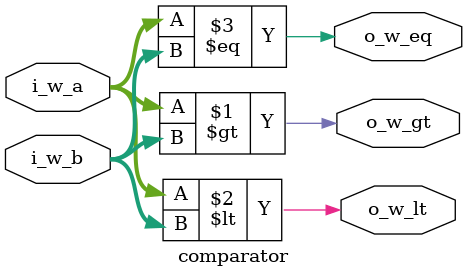
<source format=v>
module comparator #(
    parameter p_width = 4	// Bit-width of input operands
) (
    output wire o_w_gt,		// Output: high if i_w_a > i_w_b
    output wire o_w_lt,		// Output: high if i_w_a < i_w_b
    output wire o_w_eq,		// Output: high if i_w_a == i_w_b
    input wire [(p_width-1):0] i_w_a,	// First operand
    input wire [(p_width-1):0] i_w_b	// Second operand
);

    // Perform comparison and set outputs
    assign o_w_gt = i_w_a > i_w_b;	// High if i_w_a is greater
    assign o_w_lt = i_w_a < i_w_b;	// High if i_w_a is lower
    assign o_w_eq = i_w_a == i_w_b;	// High if equal
endmodule

</source>
